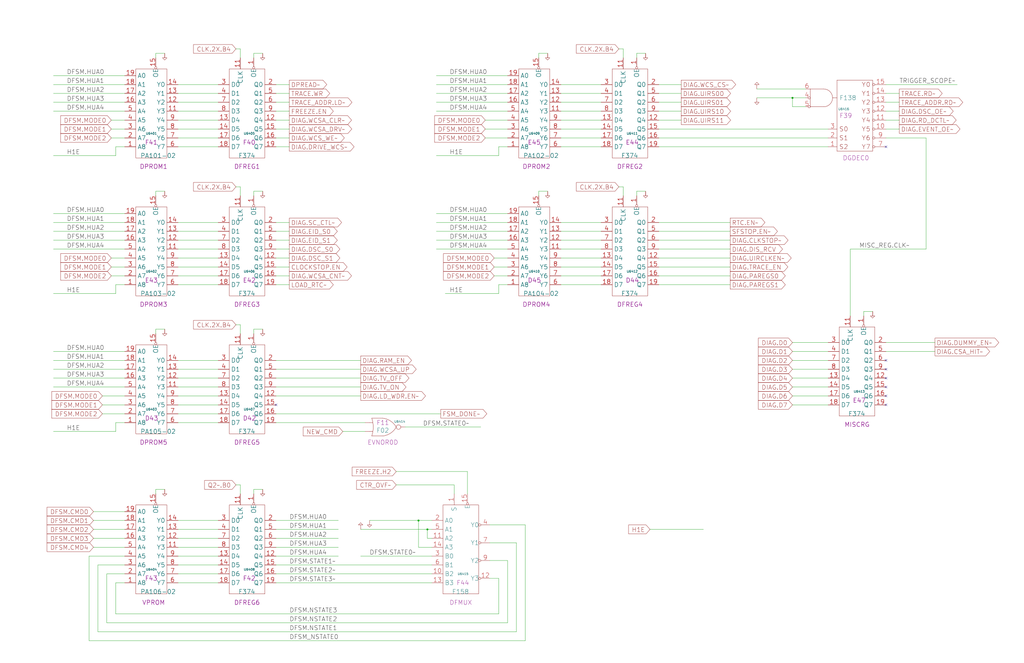
<source format=kicad_sch>
(kicad_sch (version 20230121) (generator eeschema)
  (paper "User" 584.2 378.46)
  (title_block (title "DIAGNOSTIC PROCESSOR\\nDFSM") (date "22-SEP-90") (rev "2.0") (comment 1 "IOC") (comment 2 "232-003061") (comment 3 "S400") (comment 4 "RELEASED"))
  (lib_symbols
    (symbol "r1000:F02" (pin_numbers hide) (pin_names hide)
      (property "Reference" "U" (at 12.16 0.635 0))
      (property "Value" "F02" (at -1.27 -4.445 0))
      (property "Location" "___" (at 2.54 0 0))
      (property "Name" "______" (at 2.54 -12.7 0))
      (symbol "F02_0_1"
        (arc (start -3.81 -7.62) (mid -2.9847 -2.54) (end -3.81 2.54) (stroke (width 0.1524)))
        (polyline (pts (xy -5.08 -5.08) (xy -3.175 -5.08)) (stroke (width 0.1524)))
        (polyline (pts (xy -5.08 0) (xy -3.175 0)) (stroke (width 0.1524)))
        (polyline (pts (xy -3.81 -7.62) (xy 2.54 -7.62)) (stroke (width 0.1524)))
        (polyline (pts (xy -3.81 2.54) (xy 2.54 2.54)) (stroke (width 0.1524)))
        (polyline (pts (xy 13.97 -2.54) (xy 12.7 -2.54)) (stroke (width 0.1524)))
        (arc (start 2.54 -7.62) (mid 6.9515 -5.9823) (end 10.16 -2.54) (stroke (width 0.1524)))
        (arc (start 10.16 -2.54) (mid 6.9478 0.8966) (end 2.54 2.54) (stroke (width 0.1524)))
        (circle (center 11.43 -2.54) (radius 1.27) (stroke (width 0.1524)))
      )
      (symbol "F02_0_2"
        (circle (center -3.81 -5.08) (radius 1.27) (stroke (width 0.1524)))
        (circle (center -3.81 0) (radius 1.27) (stroke (width 0.1524)))
        (polyline (pts (xy -2.54 -7.62) (xy 5.08 -7.62)) (stroke (width 0.1524)))
        (polyline (pts (xy -2.54 2.54) (xy -2.54 -7.62)) (stroke (width 0.1524)))
        (polyline (pts (xy -2.54 2.54) (xy 5.08 2.54)) (stroke (width 0.1524)))
        (polyline (pts (xy 11.43 -2.54) (xy 10.16 -2.54)) (stroke (width 0.1524)))
        (polyline (pts (xy 11.43 -2.54) (xy 12.7 -2.54)) (stroke (width 0.1524)))
        (arc (start 5.08 -7.62) (mid 10.1282 -2.54) (end 5.08 2.54) (stroke (width 0.1524)))
      )
      (symbol "F02_1_1"
        (pin input line (at -7.62 0 0) (length 2.54) (name "D0") (number "1"))
        (pin input line (at -7.62 -5.08 0) (length 2.54) (name "D1") (number "2"))
        (pin output line (at 15.24 -2.54 180) (length 1.27) (name "Q") (number "3"))
      )
      (symbol "F02_1_2"
        (pin input line (at -7.62 0 0) (length 2.54) (name "D0") (number "1"))
        (pin input line (at -7.62 -5.08 0) (length 2.54) (name "D1") (number "2"))
        (pin output line (at 15.24 -2.54 180) (length 2.54) (name "Q") (number "3"))
      )
    )
    (symbol "r1000:F138" (pin_names (offset 1.016) hide)
      (property "Reference" "U" (at 1.27 3.81 0))
      (property "Value" "F138" (at -1.27 10.16 0))
      (property "Location" "___" (at -1.27 0 0))
      (property "Name" "______" (at 8.255 -24.13 0))
      (symbol "F138_0_0"
        (arc (start -10.16 5.08) (mid -6.5679 6.5679) (end -5.08 10.16) (stroke (width 0.1524)))
        (arc (start -5.08 10.16) (mid -6.5679 13.7521) (end -10.16 15.24) (stroke (width 0.1524)))
        (polyline (pts (xy -17.78 5.08) (xy -10.16 5.08)) (stroke (width 0.1524)))
        (polyline (pts (xy -17.78 15.24) (xy -10.16 15.24)) (stroke (width 0.1524)))
      )
      (symbol "F138_0_1"
        (circle (center -18.415 5.08) (radius 0.635) (stroke (width 0.1524)))
        (circle (center -18.415 10.16) (radius 0.635) (stroke (width 0.1524)))
        (rectangle (start -2.54 20.32) (end 17.78 -20.32) (stroke (width 0.1524)))
        (polyline (pts (xy -19.05 15.24) (xy -17.78 15.24)) (stroke (width 0.1524)))
        (polyline (pts (xy -17.78 15.24) (xy -17.78 5.08)) (stroke (width 0.1524)))
        (polyline (pts (xy -2.54 10.16) (xy -5.08 10.16)) (stroke (width 0.1524)))
      )
      (symbol "F138_1_1"
        (circle (center 18.415 -17.78) (radius 0.635))
        (circle (center 18.415 -12.7) (radius 0.635))
        (circle (center 18.415 -7.62) (radius 0.635))
        (circle (center 18.415 -2.54) (radius 0.635))
        (circle (center 18.415 2.54) (radius 0.635))
        (circle (center 18.415 7.62) (radius 0.635))
        (circle (center 18.415 12.7) (radius 0.635))
        (circle (center 18.415 17.78) (radius 0.635))
        (text "0" (at 2.54 -7.62 0) (effects (font (size 2.54 2.54))))
        (text "0" (at 15.24 17.78 0) (effects (font (size 2.54 2.54))))
        (text "1" (at 2.54 -12.7 0) (effects (font (size 2.54 2.54))))
        (text "1" (at 15.24 12.7 0) (effects (font (size 2.54 2.54))))
        (text "2" (at 2.54 -17.78 0) (effects (font (size 2.54 2.54))))
        (text "2" (at 15.24 7.62 0) (effects (font (size 2.54 2.54))))
        (text "3" (at 15.24 2.54 0) (effects (font (size 2.54 2.54))))
        (text "4" (at 15.24 -2.54 0) (effects (font (size 2.54 2.54))))
        (text "5" (at 15.24 -7.62 0) (effects (font (size 2.54 2.54))))
        (text "6" (at 15.24 -12.7 0) (effects (font (size 2.54 2.54))))
        (text "7" (at 15.24 -17.78 0) (effects (font (size 2.54 2.54))))
        (text "S" (at 0 -17.78 0) (effects (font (size 2.54 2.54))))
        (text "S" (at 0 -12.7 0) (effects (font (size 2.54 2.54))))
        (text "S" (at 0 -7.62 0) (effects (font (size 2.54 2.54))))
        (text "Y" (at 12.7 -17.78 0) (effects (font (size 2.54 2.54))))
        (text "Y" (at 12.7 -12.7 0) (effects (font (size 2.54 2.54))))
        (text "Y" (at 12.7 -7.62 0) (effects (font (size 2.54 2.54))))
        (text "Y" (at 12.7 -2.54 0) (effects (font (size 2.54 2.54))))
        (text "Y" (at 12.7 2.54 0) (effects (font (size 2.54 2.54))))
        (text "Y" (at 12.7 7.62 0) (effects (font (size 2.54 2.54))))
        (text "Y" (at 12.7 12.7 0) (effects (font (size 2.54 2.54))))
        (text "Y" (at 12.7 17.78 0) (effects (font (size 2.54 2.54))))
        (pin input line (at -7.62 -17.78 0) (length 5.08) (name "S2") (number "1"))
        (pin output line (at 25.4 -7.62 180) (length 6.35) (name "Y5_") (number "10"))
        (pin output line (at 25.4 -2.54 180) (length 6.35) (name "Y4_") (number "11"))
        (pin output line (at 25.4 2.54 180) (length 6.35) (name "Y3_") (number "12"))
        (pin output line (at 25.4 7.62 180) (length 6.35) (name "Y2_") (number "13"))
        (pin output line (at 25.4 12.7 180) (length 6.35) (name "Y1_") (number "14"))
        (pin output line (at 25.4 17.78 180) (length 6.35) (name "Y0_") (number "15"))
        (pin input line (at -7.62 -12.7 0) (length 5.08) (name "S1") (number "2"))
        (pin input line (at -7.62 -7.62 0) (length 5.08) (name "S0") (number "3"))
        (pin input line (at -20.32 10.16 0) (length 1.27) (name "D1") (number "4"))
        (pin input line (at -20.32 5.08 0) (length 1.27) (name "D2") (number "5"))
        (pin input line (at -20.32 15.24 0) (length 1.27) (name "D0") (number "6"))
        (pin output line (at 25.4 -17.78 180) (length 6.35) (name "Y7_") (number "7"))
        (pin output line (at 25.4 -12.7 180) (length 6.35) (name "Y6_") (number "9"))
      )
    )
    (symbol "r1000:F158" (pin_names (offset 1.016))
      (property "Reference" "U" (at 2.54 5.08 0))
      (property "Value" "F158" (at -3.81 -5.08 0))
      (property "Location" "___" (at -1.27 0 0))
      (property "Name" "______" (at 1.27 -12.7 0))
      (symbol "F158_1_1"
        (rectangle (start -8.89 44.45) (end 11.43 -6.35))
        (circle (center 5.08 45.085) (radius 0.635))
        (circle (center 12.065 2.54) (radius 0.635))
        (circle (center 12.065 12.7) (radius 0.635))
        (circle (center 12.065 22.86) (radius 0.635))
        (circle (center 12.065 33.02) (radius 0.635))
        (pin input line (at -2.54 50.8 270) (length 6.35) (name "S") (number "1"))
        (pin input line (at -15.24 5.08 0) (length 6.35) (name "B2") (number "10"))
        (pin input line (at -15.24 25.4 0) (length 6.35) (name "A2") (number "11"))
        (pin output line (at 17.78 2.54 180) (length 5.08) (name "Y3") (number "12"))
        (pin input line (at -15.24 0 0) (length 6.35) (name "B3") (number "13"))
        (pin input line (at -15.24 20.32 0) (length 6.35) (name "A3") (number "14"))
        (pin input line (at 5.08 50.8 270) (length 5.08) (name "E") (number "15"))
        (pin input line (at -15.24 35.56 0) (length 6.35) (name "A0") (number "2"))
        (pin input line (at -15.24 15.24 0) (length 6.35) (name "B0") (number "3"))
        (pin output line (at 17.78 33.02 180) (length 5.08) (name "Y0") (number "4"))
        (pin input line (at -15.24 30.48 0) (length 6.35) (name "A1") (number "5"))
        (pin input line (at -15.24 10.16 0) (length 6.35) (name "B1") (number "6"))
        (pin output line (at 17.78 22.86 180) (length 5.08) (name "Y1") (number "7"))
        (pin output line (at 17.78 12.7 180) (length 5.08) (name "Y2") (number "9"))
      )
    )
    (symbol "r1000:F374" (pin_names (offset 1.016))
      (property "Reference" "U" (at 2.54 5.08 0))
      (property "Value" "F374" (at -3.81 -7.62 0))
      (property "Location" "___" (at -1.27 0 0))
      (property "Name" "______" (at 1.27 -15.24 0))
      (symbol "F374_1_1"
        (rectangle (start -8.89 41.91) (end 11.43 -8.89))
        (circle (center 5.08 42.545) (radius 0.635))
        (pin input line (at 5.08 48.26 270) (length 5.08) (name "OE") (number "1"))
        (pin input line (at -2.54 48.26 270) (length 6.35) (name "CLK") (number "11"))
        (pin tri_state line (at 17.78 12.7 180) (length 6.35) (name "Q4") (number "12"))
        (pin input line (at -15.24 12.7 0) (length 6.35) (name "D4") (number "13"))
        (pin input line (at -15.24 7.62 0) (length 6.35) (name "D5") (number "14"))
        (pin tri_state line (at 17.78 7.62 180) (length 6.35) (name "Q5") (number "15"))
        (pin tri_state line (at 17.78 2.54 180) (length 6.35) (name "Q6") (number "16"))
        (pin input line (at -15.24 2.54 0) (length 6.35) (name "D6") (number "17"))
        (pin input line (at -15.24 -2.54 0) (length 6.35) (name "D7") (number "18"))
        (pin tri_state line (at 17.78 -2.54 180) (length 6.35) (name "Q7") (number "19"))
        (pin tri_state line (at 17.78 33.02 180) (length 6.35) (name "Q0") (number "2"))
        (pin input line (at -15.24 33.02 0) (length 6.35) (name "D0") (number "3"))
        (pin input line (at -15.24 27.94 0) (length 6.35) (name "D1") (number "4"))
        (pin tri_state line (at 17.78 27.94 180) (length 6.35) (name "Q1") (number "5"))
        (pin tri_state line (at 17.78 22.86 180) (length 6.35) (name "Q2") (number "6"))
        (pin input line (at -15.24 22.86 0) (length 6.35) (name "D2") (number "7"))
        (pin input line (at -15.24 17.78 0) (length 6.35) (name "D3") (number "8"))
        (pin tri_state line (at 17.78 17.78 180) (length 6.35) (name "Q3") (number "9"))
      )
    )
    (symbol "r1000:PAxxx" (pin_names (offset 1.016))
      (property "Reference" "U" (at 2.54 5.08 0))
      (property "Value" "PAxxx" (at -3.81 -7.62 0))
      (property "Location" "___" (at -1.27 0 0))
      (property "Name" "______" (at 3.81 -15.24 0))
      (symbol "PAxxx_1_1"
        (rectangle (start -6.35 41.91) (end 11.43 -8.89))
        (circle (center 5.08 42.545) (radius 0.635))
        (pin input line (at -12.7 -2.54 0) (length 6.35) (name "A8") (number "1"))
        (pin tri_state line (at 17.78 17.78 180) (length 6.35) (name "Y3") (number "11"))
        (pin tri_state line (at 17.78 22.86 180) (length 6.35) (name "Y2") (number "12"))
        (pin tri_state line (at 17.78 27.94 180) (length 6.35) (name "Y1") (number "13"))
        (pin tri_state line (at 17.78 33.02 180) (length 6.35) (name "Y0") (number "14"))
        (pin input line (at 5.08 48.26 270) (length 5.08) (name "OE") (number "15"))
        (pin input line (at -12.7 22.86 0) (length 6.35) (name "A3") (number "16"))
        (pin input line (at -12.7 27.94 0) (length 6.35) (name "A2") (number "17"))
        (pin input line (at -12.7 33.02 0) (length 6.35) (name "A1") (number "18"))
        (pin input line (at -12.7 38.1 0) (length 6.35) (name "A0") (number "19"))
        (pin input line (at -12.7 2.54 0) (length 6.35) (name "A7") (number "2"))
        (pin input line (at -12.7 7.62 0) (length 6.35) (name "A6") (number "3"))
        (pin input line (at -12.7 12.7 0) (length 6.35) (name "A5") (number "4"))
        (pin input line (at -12.7 17.78 0) (length 6.35) (name "A4") (number "5"))
        (pin tri_state line (at 17.78 -2.54 180) (length 6.35) (name "Y7") (number "6"))
        (pin tri_state line (at 17.78 2.54 180) (length 6.35) (name "Y6") (number "7"))
        (pin tri_state line (at 17.78 7.62 180) (length 6.35) (name "Y5") (number "8"))
        (pin tri_state line (at 17.78 12.7 180) (length 6.35) (name "Y4") (number "9"))
      )
    )
    (symbol "r1000:PD" (power) (pin_numbers hide) (pin_names hide) (in_bom no)
      (symbol "PD_0_1"
        (polyline (pts (xy 0 -2.54) (xy 1.27 -2.54) (xy 0 -3.81) (xy -1.27 -2.54) (xy 0 -2.54)) (stroke (width 0.1524)))
      )
      (symbol "PD_1_1"
        (pin power_in line (at 0 0 270) (length 2.54) (name "PD") (number "1"))
      )
    )
    (symbol "r1000:PU" (power) (pin_numbers hide) (pin_names hide)
      (symbol "PU_0_1"
        (polyline (pts (xy 0 2.54) (xy -1.27 2.54) (xy 0 3.81) (xy 1.27 2.54) (xy 0 2.54)) (stroke (width 0.1524)))
      )
      (symbol "PU_1_1"
        (pin power_in line (at 0 0 90) (length 2.54) (name "PU") (number "1"))
      )
    )
  )
  (junction (at 243.84 302.26))
  (junction (at 238.76 297.18))
  (junction (at 452.12 55.88))
  (no_connect (at 505.46 226.06))
  (no_connect (at 505.46 231.14))
  (no_connect (at 505.46 215.9))
  (no_connect (at 505.46 220.98))
  (no_connect (at 157.48 231.14))
  (no_connect (at 505.46 83.82))
  (no_connect (at 505.46 210.82))
  (no_connect (at 505.46 205.74))
  (wire (pts (xy 60.96 327.66) (xy 71.12 327.66)))
  (wire (pts (xy 320.04 53.34) (xy 342.9 53.34)))
  (wire (pts (xy 505.46 73.66) (xy 513.08 73.66)))
  (wire (pts (xy 88.9 109.22) (xy 88.9 111.76)))
  (wire (pts (xy 375.92 63.5) (xy 388.62 63.5)))
  (wire (pts (xy 157.48 162.56) (xy 165.1 162.56)))
  (wire (pts (xy 157.48 83.82) (xy 165.1 83.82)))
  (wire (pts (xy 134.62 27.94) (xy 137.16 27.94)))
  (wire (pts (xy 30.48 137.16) (xy 71.12 137.16)))
  (wire (pts (xy 259.08 276.86) (xy 259.08 281.94)))
  (wire (pts (xy 157.48 53.34) (xy 165.1 53.34)))
  (wire (pts (xy 355.6 27.94) (xy 355.6 33.02)))
  (wire (pts (xy 492.76 177.8) (xy 492.76 180.34)))
  (wire (pts (xy 157.48 132.08) (xy 165.1 132.08)))
  (wire (pts (xy 452.12 220.98) (xy 472.44 220.98)))
  (wire (pts (xy 101.6 48.26) (xy 124.46 48.26)))
  (wire (pts (xy 431.8 55.88) (xy 452.12 55.88)))
  (wire (pts (xy 243.84 307.34) (xy 243.84 302.26)))
  (wire (pts (xy 375.92 132.08) (xy 416.56 132.08)))
  (wire (pts (xy 157.48 220.98) (xy 205.74 220.98)))
  (wire (pts (xy 101.6 210.82) (xy 124.46 210.82)))
  (wire (pts (xy 248.92 88.9) (xy 284.48 88.9)))
  (wire (pts (xy 281.94 157.48) (xy 289.56 157.48)))
  (wire (pts (xy 30.48 142.24) (xy 71.12 142.24)))
  (wire (pts (xy 505.46 200.66) (xy 533.4 200.66)))
  (wire (pts (xy 157.48 210.82) (xy 205.74 210.82)))
  (wire (pts (xy 101.6 157.48) (xy 124.46 157.48)))
  (wire (pts (xy 63.5 78.74) (xy 71.12 78.74)))
  (wire (pts (xy 63.5 73.66) (xy 71.12 73.66)))
  (wire (pts (xy 375.92 152.4) (xy 416.56 152.4)))
  (wire (pts (xy 66.04 332.74) (xy 66.04 350.52)))
  (wire (pts (xy 505.46 78.74) (xy 528.32 78.74)))
  (wire (pts (xy 284.48 162.56) (xy 284.48 167.64)))
  (wire (pts (xy 231.14 243.84) (xy 274.32 243.84)))
  (wire (pts (xy 205.74 317.5) (xy 246.38 317.5)))
  (wire (pts (xy 246.38 307.34) (xy 243.84 307.34)))
  (wire (pts (xy 30.48 127) (xy 71.12 127)))
  (wire (pts (xy 58.42 231.14) (xy 71.12 231.14)))
  (wire (pts (xy 101.6 152.4) (xy 124.46 152.4)))
  (wire (pts (xy 101.6 68.58) (xy 124.46 68.58)))
  (wire (pts (xy 101.6 205.74) (xy 124.46 205.74)))
  (wire (pts (xy 157.48 73.66) (xy 165.1 73.66)))
  (wire (pts (xy 134.62 185.42) (xy 137.16 185.42)))
  (wire (pts (xy 101.6 226.06) (xy 124.46 226.06)))
  (wire (pts (xy 284.48 330.2) (xy 279.4 330.2)))
  (wire (pts (xy 320.04 68.58) (xy 342.9 68.58)))
  (wire (pts (xy 276.86 73.66) (xy 289.56 73.66)))
  (wire (pts (xy 101.6 317.5) (xy 124.46 317.5)))
  (wire (pts (xy 226.06 269.24) (xy 266.7 269.24)))
  (wire (pts (xy 58.42 226.06) (xy 71.12 226.06)))
  (wire (pts (xy 299.72 299.72) (xy 299.72 365.76)))
  (wire (pts (xy 137.16 276.86) (xy 137.16 281.94)))
  (wire (pts (xy 157.48 142.24) (xy 165.1 142.24)))
  (wire (pts (xy 157.48 322.58) (xy 246.38 322.58)))
  (wire (pts (xy 320.04 63.5) (xy 342.9 63.5)))
  (wire (pts (xy 320.04 48.26) (xy 342.9 48.26)))
  (wire (pts (xy 375.92 162.56) (xy 416.56 162.56)))
  (wire (pts (xy 157.48 215.9) (xy 205.74 215.9)))
  (wire (pts (xy 254 167.64) (xy 284.48 167.64)))
  (wire (pts (xy 157.48 302.26) (xy 193.04 302.26)))
  (wire (pts (xy 248.92 137.16) (xy 289.56 137.16)))
  (wire (pts (xy 320.04 162.56) (xy 342.9 162.56)))
  (wire (pts (xy 157.48 332.74) (xy 246.38 332.74)))
  (wire (pts (xy 505.46 58.42) (xy 513.08 58.42)))
  (wire (pts (xy 101.6 127) (xy 124.46 127)))
  (wire (pts (xy 66.04 350.52) (xy 284.48 350.52)))
  (wire (pts (xy 157.48 312.42) (xy 193.04 312.42)))
  (wire (pts (xy 238.76 297.18) (xy 246.38 297.18)))
  (wire (pts (xy 248.92 48.26) (xy 289.56 48.26)))
  (wire (pts (xy 320.04 137.16) (xy 342.9 137.16)))
  (wire (pts (xy 355.6 106.68) (xy 355.6 111.76)))
  (wire (pts (xy 144.78 30.48) (xy 144.78 33.02)))
  (wire (pts (xy 375.92 58.42) (xy 388.62 58.42)))
  (wire (pts (xy 101.6 78.74) (xy 124.46 78.74)))
  (wire (pts (xy 58.42 236.22) (xy 71.12 236.22)))
  (wire (pts (xy 320.04 73.66) (xy 342.9 73.66)))
  (wire (pts (xy 363.22 30.48) (xy 363.22 33.02)))
  (wire (pts (xy 101.6 241.3) (xy 124.46 241.3)))
  (wire (pts (xy 101.6 322.58) (xy 124.46 322.58)))
  (wire (pts (xy 63.5 152.4) (xy 71.12 152.4)))
  (wire (pts (xy 248.92 127) (xy 289.56 127)))
  (wire (pts (xy 246.38 312.42) (xy 238.76 312.42)))
  (wire (pts (xy 101.6 63.5) (xy 124.46 63.5)))
  (wire (pts (xy 505.46 68.58) (xy 513.08 68.58)))
  (wire (pts (xy 320.04 58.42) (xy 342.9 58.42)))
  (wire (pts (xy 312.42 109.22) (xy 307.34 109.22)))
  (wire (pts (xy 71.12 322.58) (xy 55.88 322.58)))
  (wire (pts (xy 50.8 365.76) (xy 299.72 365.76)))
  (wire (pts (xy 266.7 269.24) (xy 266.7 281.94)))
  (wire (pts (xy 248.92 63.5) (xy 289.56 63.5)))
  (wire (pts (xy 353.06 27.94) (xy 355.6 27.94)))
  (wire (pts (xy 368.3 109.22) (xy 363.22 109.22)))
  (wire (pts (xy 375.92 83.82) (xy 472.44 83.82)))
  (wire (pts (xy 452.12 226.06) (xy 472.44 226.06)))
  (wire (pts (xy 368.3 30.48) (xy 363.22 30.48)))
  (wire (pts (xy 157.48 307.34) (xy 193.04 307.34)))
  (wire (pts (xy 53.34 297.18) (xy 71.12 297.18)))
  (wire (pts (xy 30.48 246.38) (xy 66.04 246.38)))
  (wire (pts (xy 157.48 152.4) (xy 165.1 152.4)))
  (wire (pts (xy 485.14 142.24) (xy 485.14 180.34)))
  (wire (pts (xy 248.92 53.34) (xy 289.56 53.34)))
  (wire (pts (xy 144.78 279.4) (xy 144.78 281.94)))
  (wire (pts (xy 157.48 137.16) (xy 165.1 137.16)))
  (wire (pts (xy 93.98 30.48) (xy 88.9 30.48)))
  (wire (pts (xy 93.98 109.22) (xy 88.9 109.22)))
  (wire (pts (xy 307.34 109.22) (xy 307.34 111.76)))
  (wire (pts (xy 276.86 78.74) (xy 289.56 78.74)))
  (wire (pts (xy 375.92 157.48) (xy 416.56 157.48)))
  (wire (pts (xy 101.6 327.66) (xy 124.46 327.66)))
  (wire (pts (xy 101.6 220.98) (xy 124.46 220.98)))
  (wire (pts (xy 243.84 302.26) (xy 246.38 302.26)))
  (wire (pts (xy 63.5 147.32) (xy 71.12 147.32)))
  (wire (pts (xy 375.92 48.26) (xy 388.62 48.26)))
  (wire (pts (xy 294.64 360.68) (xy 294.64 309.88)))
  (wire (pts (xy 30.48 132.08) (xy 71.12 132.08)))
  (wire (pts (xy 452.12 60.96) (xy 452.12 55.88)))
  (wire (pts (xy 452.12 55.88) (xy 459.74 55.88)))
  (wire (pts (xy 30.48 43.18) (xy 71.12 43.18)))
  (wire (pts (xy 459.74 60.96) (xy 452.12 60.96)))
  (wire (pts (xy 66.04 162.56) (xy 66.04 167.64)))
  (wire (pts (xy 320.04 147.32) (xy 342.9 147.32)))
  (wire (pts (xy 101.6 58.42) (xy 124.46 58.42)))
  (wire (pts (xy 134.62 106.68) (xy 137.16 106.68)))
  (wire (pts (xy 101.6 332.74) (xy 124.46 332.74)))
  (wire (pts (xy 205.74 302.26) (xy 243.84 302.26)))
  (wire (pts (xy 452.12 231.14) (xy 472.44 231.14)))
  (wire (pts (xy 30.48 215.9) (xy 71.12 215.9)))
  (wire (pts (xy 157.48 157.48) (xy 165.1 157.48)))
  (wire (pts (xy 505.46 53.34) (xy 513.08 53.34)))
  (wire (pts (xy 88.9 279.4) (xy 88.9 281.94)))
  (wire (pts (xy 281.94 152.4) (xy 289.56 152.4)))
  (wire (pts (xy 137.16 185.42) (xy 137.16 190.5)))
  (wire (pts (xy 238.76 312.42) (xy 238.76 297.18)))
  (wire (pts (xy 101.6 231.14) (xy 124.46 231.14)))
  (wire (pts (xy 137.16 106.68) (xy 137.16 111.76)))
  (wire (pts (xy 157.48 297.18) (xy 193.04 297.18)))
  (wire (pts (xy 375.92 127) (xy 416.56 127)))
  (wire (pts (xy 53.34 292.1) (xy 71.12 292.1)))
  (wire (pts (xy 30.48 48.26) (xy 71.12 48.26)))
  (wire (pts (xy 101.6 215.9) (xy 124.46 215.9)))
  (wire (pts (xy 88.9 187.96) (xy 88.9 190.5)))
  (wire (pts (xy 71.12 83.82) (xy 66.04 83.82)))
  (wire (pts (xy 63.5 68.58) (xy 71.12 68.58)))
  (wire (pts (xy 289.56 83.82) (xy 284.48 83.82)))
  (wire (pts (xy 149.86 109.22) (xy 144.78 109.22)))
  (wire (pts (xy 101.6 147.32) (xy 124.46 147.32)))
  (wire (pts (xy 101.6 307.34) (xy 124.46 307.34)))
  (wire (pts (xy 101.6 132.08) (xy 124.46 132.08)))
  (wire (pts (xy 157.48 68.58) (xy 165.1 68.58)))
  (wire (pts (xy 375.92 73.66) (xy 472.44 73.66)))
  (wire (pts (xy 452.12 200.66) (xy 472.44 200.66)))
  (wire (pts (xy 248.92 121.92) (xy 289.56 121.92)))
  (wire (pts (xy 101.6 83.82) (xy 124.46 83.82)))
  (wire (pts (xy 505.46 195.58) (xy 533.4 195.58)))
  (wire (pts (xy 279.4 299.72) (xy 299.72 299.72)))
  (wire (pts (xy 53.34 312.42) (xy 71.12 312.42)))
  (wire (pts (xy 353.06 106.68) (xy 355.6 106.68)))
  (wire (pts (xy 195.58 246.38) (xy 208.28 246.38)))
  (wire (pts (xy 157.48 147.32) (xy 165.1 147.32)))
  (wire (pts (xy 63.5 157.48) (xy 71.12 157.48)))
  (wire (pts (xy 50.8 317.5) (xy 71.12 317.5)))
  (wire (pts (xy 375.92 142.24) (xy 416.56 142.24)))
  (wire (pts (xy 431.8 50.8) (xy 459.74 50.8)))
  (wire (pts (xy 375.92 147.32) (xy 416.56 147.32)))
  (wire (pts (xy 452.12 215.9) (xy 472.44 215.9)))
  (wire (pts (xy 101.6 302.26) (xy 124.46 302.26)))
  (wire (pts (xy 53.34 302.26) (xy 71.12 302.26)))
  (wire (pts (xy 157.48 327.66) (xy 246.38 327.66)))
  (wire (pts (xy 55.88 322.58) (xy 55.88 360.68)))
  (wire (pts (xy 210.82 297.18) (xy 238.76 297.18)))
  (wire (pts (xy 93.98 187.96) (xy 88.9 187.96)))
  (wire (pts (xy 30.48 121.92) (xy 71.12 121.92)))
  (wire (pts (xy 226.06 276.86) (xy 259.08 276.86)))
  (wire (pts (xy 157.48 63.5) (xy 165.1 63.5)))
  (wire (pts (xy 157.48 78.74) (xy 165.1 78.74)))
  (wire (pts (xy 144.78 109.22) (xy 144.78 111.76)))
  (wire (pts (xy 276.86 68.58) (xy 289.56 68.58)))
  (wire (pts (xy 528.32 142.24) (xy 485.14 142.24)))
  (wire (pts (xy 284.48 350.52) (xy 284.48 330.2)))
  (wire (pts (xy 66.04 83.82) (xy 66.04 88.9)))
  (wire (pts (xy 53.34 307.34) (xy 71.12 307.34)))
  (wire (pts (xy 248.92 58.42) (xy 289.56 58.42)))
  (wire (pts (xy 60.96 355.6) (xy 289.56 355.6)))
  (wire (pts (xy 101.6 53.34) (xy 124.46 53.34)))
  (wire (pts (xy 137.16 27.94) (xy 137.16 33.02)))
  (wire (pts (xy 30.48 220.98) (xy 71.12 220.98)))
  (wire (pts (xy 505.46 48.26) (xy 546.1 48.26)))
  (wire (pts (xy 30.48 205.74) (xy 71.12 205.74)))
  (wire (pts (xy 320.04 142.24) (xy 342.9 142.24)))
  (wire (pts (xy 66.04 241.3) (xy 66.04 246.38)))
  (wire (pts (xy 134.62 276.86) (xy 137.16 276.86)))
  (wire (pts (xy 505.46 63.5) (xy 513.08 63.5)))
  (wire (pts (xy 30.48 210.82) (xy 71.12 210.82)))
  (wire (pts (xy 320.04 132.08) (xy 342.9 132.08)))
  (wire (pts (xy 71.12 332.74) (xy 66.04 332.74)))
  (wire (pts (xy 528.32 78.74) (xy 528.32 142.24)))
  (wire (pts (xy 307.34 30.48) (xy 307.34 33.02)))
  (wire (pts (xy 320.04 152.4) (xy 342.9 152.4)))
  (wire (pts (xy 375.92 137.16) (xy 416.56 137.16)))
  (wire (pts (xy 71.12 241.3) (xy 66.04 241.3)))
  (wire (pts (xy 30.48 58.42) (xy 71.12 58.42)))
  (wire (pts (xy 320.04 127) (xy 342.9 127)))
  (wire (pts (xy 50.8 365.76) (xy 50.8 317.5)))
  (wire (pts (xy 320.04 78.74) (xy 342.9 78.74)))
  (wire (pts (xy 452.12 205.74) (xy 472.44 205.74)))
  (wire (pts (xy 289.56 320.04) (xy 289.56 355.6)))
  (wire (pts (xy 157.48 58.42) (xy 165.1 58.42)))
  (wire (pts (xy 248.92 43.18) (xy 289.56 43.18)))
  (wire (pts (xy 101.6 312.42) (xy 124.46 312.42)))
  (wire (pts (xy 289.56 162.56) (xy 284.48 162.56)))
  (wire (pts (xy 101.6 137.16) (xy 124.46 137.16)))
  (wire (pts (xy 375.92 53.34) (xy 388.62 53.34)))
  (wire (pts (xy 157.48 48.26) (xy 165.1 48.26)))
  (wire (pts (xy 157.48 205.74) (xy 205.74 205.74)))
  (wire (pts (xy 279.4 320.04) (xy 289.56 320.04)))
  (wire (pts (xy 281.94 147.32) (xy 289.56 147.32)))
  (wire (pts (xy 30.48 200.66) (xy 71.12 200.66)))
  (wire (pts (xy 370.84 302.26) (xy 401.32 302.26)))
  (wire (pts (xy 55.88 360.68) (xy 294.64 360.68)))
  (wire (pts (xy 497.84 177.8) (xy 492.76 177.8)))
  (wire (pts (xy 294.64 309.88) (xy 279.4 309.88)))
  (wire (pts (xy 248.92 142.24) (xy 289.56 142.24)))
  (wire (pts (xy 320.04 83.82) (xy 342.9 83.82)))
  (wire (pts (xy 157.48 127) (xy 165.1 127)))
  (wire (pts (xy 30.48 53.34) (xy 71.12 53.34)))
  (wire (pts (xy 284.48 83.82) (xy 284.48 88.9)))
  (wire (pts (xy 248.92 132.08) (xy 289.56 132.08)))
  (wire (pts (xy 71.12 162.56) (xy 66.04 162.56)))
  (wire (pts (xy 157.48 236.22) (xy 251.46 236.22)))
  (wire (pts (xy 101.6 297.18) (xy 124.46 297.18)))
  (wire (pts (xy 312.42 30.48) (xy 307.34 30.48)))
  (wire (pts (xy 101.6 142.24) (xy 124.46 142.24)))
  (wire (pts (xy 144.78 187.96) (xy 144.78 190.5)))
  (wire (pts (xy 60.96 355.6) (xy 60.96 327.66)))
  (wire (pts (xy 101.6 162.56) (xy 124.46 162.56)))
  (wire (pts (xy 149.86 187.96) (xy 144.78 187.96)))
  (wire (pts (xy 30.48 167.64) (xy 66.04 167.64)))
  (wire (pts (xy 157.48 226.06) (xy 205.74 226.06)))
  (wire (pts (xy 30.48 88.9) (xy 66.04 88.9)))
  (wire (pts (xy 101.6 236.22) (xy 124.46 236.22)))
  (wire (pts (xy 157.48 241.3) (xy 208.28 241.3)))
  (wire (pts (xy 149.86 279.4) (xy 144.78 279.4)))
  (wire (pts (xy 452.12 195.58) (xy 472.44 195.58)))
  (wire (pts (xy 101.6 73.66) (xy 124.46 73.66)))
  (wire (pts (xy 375.92 78.74) (xy 472.44 78.74)))
  (wire (pts (xy 452.12 210.82) (xy 472.44 210.82)))
  (wire (pts (xy 363.22 109.22) (xy 363.22 111.76)))
  (wire (pts (xy 149.86 30.48) (xy 144.78 30.48)))
  (wire (pts (xy 320.04 157.48) (xy 342.9 157.48)))
  (wire (pts (xy 375.92 68.58) (xy 388.62 68.58)))
  (wire (pts (xy 157.48 317.5) (xy 193.04 317.5)))
  (wire (pts (xy 93.98 279.4) (xy 88.9 279.4)))
  (wire (pts (xy 88.9 30.48) (xy 88.9 33.02)))
  (wire (pts (xy 30.48 63.5) (xy 71.12 63.5)))
  (label "DFSM.HUA4" (at 38.1 63.5 0) (effects (font (size 2.54 2.54))))
  (label "DFSM.HUA2" (at 38.1 210.82 0) (effects (font (size 2.54 2.54))))
  (label "H1E" (at 38.1 88.9 0) (effects (font (size 2.54 2.54))))
  (label "DFSM.HUA0" (at 256.54 43.18 0) (effects (font (size 2.54 2.54))))
  (label "MISC_REG.CLK~" (at 490.22 142.24 0) (effects (font (size 2.54 2.54))))
  (label "DFSM.HUA4" (at 38.1 220.98 0) (effects (font (size 2.54 2.54))))
  (label "DFSM.HUA3" (at 38.1 58.42 0) (effects (font (size 2.54 2.54))))
  (label "DFSM.HUA0" (at 38.1 121.92 0) (effects (font (size 2.54 2.54))))
  (label "DFSM_NSTATE0" (at 165.1 365.76 0) (effects (font (size 2.54 2.54))))
  (label "DFSM.HUA0" (at 38.1 200.66 0) (effects (font (size 2.54 2.54))))
  (label "DFSM.HUA1" (at 38.1 48.26 0) (effects (font (size 2.54 2.54))))
  (label "DFSM.HUA0" (at 38.1 43.18 0) (effects (font (size 2.54 2.54))))
  (label "DFSM.NSTATE2" (at 165.1 355.6 0) (effects (font (size 2.54 2.54))))
  (label "DFSM.HUA3" (at 256.54 137.16 0) (effects (font (size 2.54 2.54))))
  (label "DFSM.NSTATE1" (at 165.1 360.68 0) (effects (font (size 2.54 2.54))))
  (label "H1E" (at 38.1 167.64 0) (effects (font (size 2.54 2.54))))
  (label "H1E" (at 256.54 167.64 0) (effects (font (size 2.54 2.54))))
  (label "DFSM.HUA2" (at 256.54 53.34 0) (effects (font (size 2.54 2.54))))
  (label "H1E" (at 256.54 88.9 0) (effects (font (size 2.54 2.54))))
  (label "DFSM.HUA4" (at 38.1 142.24 0) (effects (font (size 2.54 2.54))))
  (label "DFSM.HUA4" (at 256.54 63.5 0) (effects (font (size 2.54 2.54))))
  (label "DFSM.HUA1" (at 256.54 48.26 0) (effects (font (size 2.54 2.54))))
  (label "DFSM.HUA3" (at 38.1 137.16 0) (effects (font (size 2.54 2.54))))
  (label "DFSM.HUA0" (at 256.54 121.92 0) (effects (font (size 2.54 2.54))))
  (label "DFSM.HUA2" (at 256.54 132.08 0) (effects (font (size 2.54 2.54))))
  (label "DFSM.HUA2" (at 38.1 132.08 0) (effects (font (size 2.54 2.54))))
  (label "DFSM.STATE0~" (at 210.82 317.5 0) (effects (font (size 2.54 2.54))))
  (label "DFSM.STATE1~" (at 165.1 322.58 0) (effects (font (size 2.54 2.54))))
  (label "DFSM.HUA2" (at 165.1 307.34 0) (effects (font (size 2.54 2.54))))
  (label "DFSM.HUA1" (at 165.1 302.26 0) (effects (font (size 2.54 2.54))))
  (label "DFSM.HUA1" (at 38.1 205.74 0) (effects (font (size 2.54 2.54))))
  (label "DFSM.HUA1" (at 256.54 127 0) (effects (font (size 2.54 2.54))))
  (label "DFSM.HUA3" (at 256.54 58.42 0) (effects (font (size 2.54 2.54))))
  (label "DFSM.STATE0~" (at 241.3 243.84 0) (effects (font (size 2.54 2.54))))
  (label "DFSM.HUA3" (at 165.1 312.42 0) (effects (font (size 2.54 2.54))))
  (label "DFSM.HUA0" (at 165.1 297.18 0) (effects (font (size 2.54 2.54))))
  (label "TRIGGER_SCOPE~" (at 513.08 48.26 0) (effects (font (size 2.54 2.54))))
  (label "DFSM.STATE3~" (at 165.1 332.74 0) (effects (font (size 2.54 2.54))))
  (label "DFSM.HUA4" (at 256.54 142.24 0) (effects (font (size 2.54 2.54))))
  (label "H1E" (at 38.1 246.38 0) (effects (font (size 2.54 2.54))))
  (label "DFSM.NSTATE3" (at 165.1 350.52 0) (effects (font (size 2.54 2.54))))
  (label "DFSM.HUA1" (at 38.1 127 0) (effects (font (size 2.54 2.54))))
  (label "DFSM.STATE2~" (at 165.1 327.66 0) (effects (font (size 2.54 2.54))))
  (label "DFSM.HUA4" (at 165.1 317.5 0) (effects (font (size 2.54 2.54))))
  (label "DFSM.HUA2" (at 38.1 53.34 0) (effects (font (size 2.54 2.54))))
  (label "DFSM.HUA3" (at 38.1 215.9 0) (effects (font (size 2.54 2.54))))
  (global_label "CLK.2X.B4" (shape input) (at 353.06 106.68 180) (effects (font (size 2.54 2.54))) (property "Intersheetrefs" "${INTERSHEET_REFS}" (at 328.8816 106.5213 0) (effects (font (size 1.905 1.905)) (justify right))))
  (global_label "DIAG.TRACE_EN" (shape output) (at 416.56 152.4 0) (effects (font (size 2.54 2.54))) (property "Intersheetrefs" "${INTERSHEET_REFS}" (at 449.447 152.2413 0) (effects (font (size 1.905 1.905)) (justify left))))
  (global_label "DIAG.D5" (shape input) (at 452.12 220.98 180) (effects (font (size 2.54 2.54))) (property "Intersheetrefs" "${INTERSHEET_REFS}" (at 432.6588 220.8213 0) (effects (font (size 1.905 1.905)) (justify right))))
  (global_label "DIAG.RD_DCTL~" (shape output) (at 513.08 68.58 0) (effects (font (size 2.54 2.54))) (property "Intersheetrefs" "${INTERSHEET_REFS}" (at 545.4831 68.4213 0) (effects (font (size 1.905 1.905)) (justify left))))
  (global_label "LOAD_RTC~" (shape output) (at 165.1 162.56 0) (effects (font (size 2.54 2.54))) (property "Intersheetrefs" "${INTERSHEET_REFS}" (at 190.125 162.4013 0) (effects (font (size 1.905 1.905)) (justify left))))
  (global_label "DFSM.MODE1" (shape input) (at 63.5 152.4 180) (effects (font (size 2.54 2.54))) (property "Intersheetrefs" "${INTERSHEET_REFS}" (at 34.6045 152.2413 0) (effects (font (size 1.905 1.905)) (justify right))))
  (global_label "H1E" (shape input) (at 370.84 302.26 180) (effects (font (size 2.54 2.54))) (property "Intersheetrefs" "${INTERSHEET_REFS}" (at 358.6359 302.1013 0) (effects (font (size 1.905 1.905)) (justify right))))
  (global_label "DFSM.CMD1" (shape input) (at 53.34 297.18 180) (effects (font (size 2.54 2.54))) (property "Intersheetrefs" "${INTERSHEET_REFS}" (at 26.8635 297.0213 0) (effects (font (size 1.905 1.905)) (justify right))))
  (global_label "DIAG.EID_S0" (shape output) (at 165.1 132.08 0) (effects (font (size 2.54 2.54))) (property "Intersheetrefs" "${INTERSHEET_REFS}" (at 192.4231 131.9213 0) (effects (font (size 1.905 1.905)) (justify left))))
  (global_label "DFSM.MODE1" (shape input) (at 58.42 231.14 180) (effects (font (size 2.54 2.54))) (property "Intersheetrefs" "${INTERSHEET_REFS}" (at 29.5245 230.9813 0) (effects (font (size 1.905 1.905)) (justify right))))
  (global_label "CLOCKSTOP.EN" (shape output) (at 165.1 152.4 0) (effects (font (size 2.54 2.54))) (property "Intersheetrefs" "${INTERSHEET_REFS}" (at 197.987 152.2413 0) (effects (font (size 1.905 1.905)) (justify left))))
  (global_label "DIAG.D1" (shape input) (at 452.12 200.66 180) (effects (font (size 2.54 2.54))) (property "Intersheetrefs" "${INTERSHEET_REFS}" (at 432.6588 200.5013 0) (effects (font (size 1.905 1.905)) (justify right))))
  (global_label "DIAG.D0" (shape input) (at 452.12 195.58 180) (effects (font (size 2.54 2.54))) (property "Intersheetrefs" "${INTERSHEET_REFS}" (at 432.6588 195.4213 0) (effects (font (size 1.905 1.905)) (justify right))))
  (global_label "DFSM.MODE1" (shape input) (at 63.5 73.66 180) (effects (font (size 2.54 2.54))) (property "Intersheetrefs" "${INTERSHEET_REFS}" (at 34.6045 73.5013 0) (effects (font (size 1.905 1.905)) (justify right))))
  (global_label "DIAG.UIRS11" (shape output) (at 388.62 68.58 0) (effects (font (size 2.54 2.54))) (property "Intersheetrefs" "${INTERSHEET_REFS}" (at 416.7898 68.4213 0) (effects (font (size 1.905 1.905)) (justify left))))
  (global_label "DIAG.WCSA_DRV~" (shape output) (at 165.1 73.66 0) (effects (font (size 2.54 2.54))) (property "Intersheetrefs" "${INTERSHEET_REFS}" (at 200.6479 73.5013 0) (effects (font (size 1.905 1.905)) (justify left))))
  (global_label "DIAG.CLKSTOP~" (shape output) (at 416.56 137.16 0) (effects (font (size 2.54 2.54))) (property "Intersheetrefs" "${INTERSHEET_REFS}" (at 449.5679 137.0013 0) (effects (font (size 1.905 1.905)) (justify left))))
  (global_label "DFSM.MODE0" (shape input) (at 63.5 147.32 180) (effects (font (size 2.54 2.54))) (property "Intersheetrefs" "${INTERSHEET_REFS}" (at 34.6045 147.1613 0) (effects (font (size 1.905 1.905)) (justify right))))
  (global_label "DIAG.EID_S1" (shape output) (at 165.1 137.16 0) (effects (font (size 2.54 2.54))) (property "Intersheetrefs" "${INTERSHEET_REFS}" (at 192.4231 137.0013 0) (effects (font (size 1.905 1.905)) (justify left))))
  (global_label "SFSTOP.EN~" (shape output) (at 416.56 132.08 0) (effects (font (size 2.54 2.54))) (property "Intersheetrefs" "${INTERSHEET_REFS}" (at 443.5203 131.9213 0) (effects (font (size 1.905 1.905)) (justify left))))
  (global_label "DFSM.MODE2" (shape input) (at 281.94 157.48 180) (effects (font (size 2.54 2.54))) (property "Intersheetrefs" "${INTERSHEET_REFS}" (at 253.0445 157.3213 0) (effects (font (size 1.905 1.905)) (justify right))))
  (global_label "DIAG.DSC_OE~" (shape output) (at 513.08 63.5 0) (effects (font (size 2.54 2.54))) (property "Intersheetrefs" "${INTERSHEET_REFS}" (at 543.7898 63.3413 0) (effects (font (size 1.905 1.905)) (justify left))))
  (global_label "DFSM.MODE0" (shape input) (at 63.5 68.58 180) (effects (font (size 2.54 2.54))) (property "Intersheetrefs" "${INTERSHEET_REFS}" (at 34.6045 68.4213 0) (effects (font (size 1.905 1.905)) (justify right))))
  (global_label "Q2~.B0" (shape input) (at 134.62 276.86 180) (effects (font (size 2.54 2.54))) (property "Intersheetrefs" "${INTERSHEET_REFS}" (at 116.7311 276.7013 0) (effects (font (size 1.905 1.905)) (justify right))))
  (global_label "CTR_OVF~" (shape input) (at 226.06 276.86 180) (effects (font (size 2.54 2.54))) (property "Intersheetrefs" "${INTERSHEET_REFS}" (at 203.454 276.7013 0) (effects (font (size 1.905 1.905)) (justify right))))
  (global_label "DIAG.D6" (shape input) (at 452.12 226.06 180) (effects (font (size 2.54 2.54))) (property "Intersheetrefs" "${INTERSHEET_REFS}" (at 432.6588 225.9013 0) (effects (font (size 1.905 1.905)) (justify right))))
  (global_label "DIAG.TV_ON" (shape output) (at 205.74 220.98 0) (effects (font (size 2.54 2.54))) (property "Intersheetrefs" "${INTERSHEET_REFS}" (at 231.6117 220.8213 0) (effects (font (size 1.905 1.905)) (justify left))))
  (global_label "DIAG.EVENT_OE~" (shape output) (at 513.08 73.66 0) (effects (font (size 2.54 2.54))) (property "Intersheetrefs" "${INTERSHEET_REFS}" (at 547.6603 73.5013 0) (effects (font (size 1.905 1.905)) (justify left))))
  (global_label "DIAG.DIS_RCV" (shape output) (at 416.56 142.24 0) (effects (font (size 2.54 2.54))) (property "Intersheetrefs" "${INTERSHEET_REFS}" (at 446.4231 142.0813 0) (effects (font (size 1.905 1.905)) (justify left))))
  (global_label "DIAG.LD_WDR.EN~" (shape output) (at 205.74 226.06 0) (effects (font (size 2.54 2.54))) (property "Intersheetrefs" "${INTERSHEET_REFS}" (at 242.7393 225.9013 0) (effects (font (size 1.905 1.905)) (justify left))))
  (global_label "DFSM.MODE0" (shape input) (at 58.42 226.06 180) (effects (font (size 2.54 2.54))) (property "Intersheetrefs" "${INTERSHEET_REFS}" (at 29.5245 225.9013 0) (effects (font (size 1.905 1.905)) (justify right))))
  (global_label "FREEZE.EN" (shape output) (at 165.1 63.5 0) (effects (font (size 2.54 2.54))) (property "Intersheetrefs" "${INTERSHEET_REFS}" (at 190.125 63.3413 0) (effects (font (size 1.905 1.905)) (justify left))))
  (global_label "DIAG.D7" (shape input) (at 452.12 231.14 180) (effects (font (size 2.54 2.54))) (property "Intersheetrefs" "${INTERSHEET_REFS}" (at 432.6588 230.9813 0) (effects (font (size 1.905 1.905)) (justify right))))
  (global_label "TRACE.RD~" (shape output) (at 513.08 53.34 0) (effects (font (size 2.54 2.54))) (property "Intersheetrefs" "${INTERSHEET_REFS}" (at 537.5003 53.1813 0) (effects (font (size 1.905 1.905)) (justify left))))
  (global_label "DIAG.WCSA_CLR~" (shape output) (at 165.1 68.58 0) (effects (font (size 2.54 2.54))) (property "Intersheetrefs" "${INTERSHEET_REFS}" (at 200.527 68.4213 0) (effects (font (size 1.905 1.905)) (justify left))))
  (global_label "RTC.EN~" (shape output) (at 416.56 127 0) (effects (font (size 2.54 2.54))) (property "Intersheetrefs" "${INTERSHEET_REFS}" (at 436.3841 126.8413 0) (effects (font (size 1.905 1.905)) (justify left))))
  (global_label "DFSM.MODE0" (shape input) (at 276.86 68.58 180) (effects (font (size 2.54 2.54))) (property "Intersheetrefs" "${INTERSHEET_REFS}" (at 247.9645 68.4213 0) (effects (font (size 1.905 1.905)) (justify right))))
  (global_label "FSM_DONE~" (shape output) (at 251.46 236.22 0) (effects (font (size 2.54 2.54))) (property "Intersheetrefs" "${INTERSHEET_REFS}" (at 277.6946 236.0613 0) (effects (font (size 1.905 1.905)) (justify left))))
  (global_label "DIAG.RAM_EN" (shape output) (at 205.74 205.74 0) (effects (font (size 2.54 2.54))) (property "Intersheetrefs" "${INTERSHEET_REFS}" (at 234.7565 205.5813 0) (effects (font (size 1.905 1.905)) (justify left))))
  (global_label "DIAG.UIRS00" (shape output) (at 388.62 53.34 0) (effects (font (size 2.54 2.54))) (property "Intersheetrefs" "${INTERSHEET_REFS}" (at 416.7898 53.1813 0) (effects (font (size 1.905 1.905)) (justify left))))
  (global_label "CLK.2X.B4" (shape input) (at 134.62 27.94 180) (effects (font (size 2.54 2.54))) (property "Intersheetrefs" "${INTERSHEET_REFS}" (at 110.4416 27.7813 0) (effects (font (size 1.905 1.905)) (justify right))))
  (global_label "TRACE_ADDR.LD~" (shape output) (at 165.1 58.42 0) (effects (font (size 2.54 2.54))) (property "Intersheetrefs" "${INTERSHEET_REFS}" (at 200.7689 58.2613 0) (effects (font (size 1.905 1.905)) (justify left))))
  (global_label "DIAG.CSA_HIT~" (shape output) (at 533.4 200.66 0) (effects (font (size 2.54 2.54))) (property "Intersheetrefs" "${INTERSHEET_REFS}" (at 564.5936 200.5013 0) (effects (font (size 1.905 1.905)) (justify left))))
  (global_label "DIAG.WCS_CS~" (shape output) (at 388.62 48.26 0) (effects (font (size 2.54 2.54))) (property "Intersheetrefs" "${INTERSHEET_REFS}" (at 419.6927 48.1013 0) (effects (font (size 1.905 1.905)) (justify left))))
  (global_label "DFSM.CMD4" (shape input) (at 53.34 312.42 180) (effects (font (size 2.54 2.54))) (property "Intersheetrefs" "${INTERSHEET_REFS}" (at 26.8635 312.2613 0) (effects (font (size 1.905 1.905)) (justify right))))
  (global_label "DFSM.CMD2" (shape input) (at 53.34 302.26 180) (effects (font (size 2.54 2.54))) (property "Intersheetrefs" "${INTERSHEET_REFS}" (at 26.8635 302.1013 0) (effects (font (size 1.905 1.905)) (justify right))))
  (global_label "NEW_CMD" (shape input) (at 195.58 246.38 180) (effects (font (size 2.54 2.54))) (property "Intersheetrefs" "${INTERSHEET_REFS}" (at 172.974 246.2213 0) (effects (font (size 1.905 1.905)) (justify right))))
  (global_label "DIAG.D2" (shape input) (at 452.12 205.74 180) (effects (font (size 2.54 2.54))) (property "Intersheetrefs" "${INTERSHEET_REFS}" (at 432.6588 205.5813 0) (effects (font (size 1.905 1.905)) (justify right))))
  (global_label "TRACE.WR" (shape output) (at 165.1 53.34 0) (effects (font (size 2.54 2.54))) (property "Intersheetrefs" "${INTERSHEET_REFS}" (at 188.0689 53.1813 0) (effects (font (size 1.905 1.905)) (justify left))))
  (global_label "DFSM.MODE1" (shape input) (at 276.86 73.66 180) (effects (font (size 2.54 2.54))) (property "Intersheetrefs" "${INTERSHEET_REFS}" (at 247.9645 73.5013 0) (effects (font (size 1.905 1.905)) (justify right))))
  (global_label "DIAG.PAREGS0" (shape output) (at 416.56 157.48 0) (effects (font (size 2.54 2.54))) (property "Intersheetrefs" "${INTERSHEET_REFS}" (at 447.9955 157.3213 0) (effects (font (size 1.905 1.905)) (justify left))))
  (global_label "DFSM.MODE2" (shape input) (at 276.86 78.74 180) (effects (font (size 2.54 2.54))) (property "Intersheetrefs" "${INTERSHEET_REFS}" (at 247.9645 78.5813 0) (effects (font (size 1.905 1.905)) (justify right))))
  (global_label "DFSM.CMD3" (shape input) (at 53.34 307.34 180) (effects (font (size 2.54 2.54))) (property "Intersheetrefs" "${INTERSHEET_REFS}" (at 26.8635 307.1813 0) (effects (font (size 1.905 1.905)) (justify right))))
  (global_label "DIAG.WCSA_UP" (shape output) (at 205.74 210.82 0) (effects (font (size 2.54 2.54))) (property "Intersheetrefs" "${INTERSHEET_REFS}" (at 237.4174 210.6613 0) (effects (font (size 1.905 1.905)) (justify left))))
  (global_label "DFSM.MODE2" (shape input) (at 58.42 236.22 180) (effects (font (size 2.54 2.54))) (property "Intersheetrefs" "${INTERSHEET_REFS}" (at 29.5245 236.0613 0) (effects (font (size 1.905 1.905)) (justify right))))
  (global_label "DFSM.CMD0" (shape input) (at 53.34 292.1 180) (effects (font (size 2.54 2.54))) (property "Intersheetrefs" "${INTERSHEET_REFS}" (at 26.8635 291.9413 0) (effects (font (size 1.905 1.905)) (justify right))))
  (global_label "DIAG.DUMMY_EN~" (shape output) (at 533.4 195.58 0) (effects (font (size 2.54 2.54))) (property "Intersheetrefs" "${INTERSHEET_REFS}" (at 569.7946 195.4213 0) (effects (font (size 1.905 1.905)) (justify left))))
  (global_label "DFSM.MODE2" (shape input) (at 63.5 157.48 180) (effects (font (size 2.54 2.54))) (property "Intersheetrefs" "${INTERSHEET_REFS}" (at 34.6045 157.3213 0) (effects (font (size 1.905 1.905)) (justify right))))
  (global_label "DIAG.TV_OFF" (shape output) (at 205.74 215.9 0) (effects (font (size 2.54 2.54))) (property "Intersheetrefs" "${INTERSHEET_REFS}" (at 233.305 215.7413 0) (effects (font (size 1.905 1.905)) (justify left))))
  (global_label "DIAG.WCSA_CNT~" (shape output) (at 165.1 157.48 0) (effects (font (size 2.54 2.54))) (property "Intersheetrefs" "${INTERSHEET_REFS}" (at 200.527 157.3213 0) (effects (font (size 1.905 1.905)) (justify left))))
  (global_label "DIAG.D4" (shape input) (at 452.12 215.9 180) (effects (font (size 2.54 2.54))) (property "Intersheetrefs" "${INTERSHEET_REFS}" (at 432.6588 215.7413 0) (effects (font (size 1.905 1.905)) (justify right))))
  (global_label "DIAG.DSC_S1" (shape output) (at 165.1 147.32 0) (effects (font (size 2.54 2.54))) (property "Intersheetrefs" "${INTERSHEET_REFS}" (at 193.8746 147.1613 0) (effects (font (size 1.905 1.905)) (justify left))))
  (global_label "DIAG.DSC_S0" (shape output) (at 165.1 142.24 0) (effects (font (size 2.54 2.54))) (property "Intersheetrefs" "${INTERSHEET_REFS}" (at 193.8746 142.0813 0) (effects (font (size 1.905 1.905)) (justify left))))
  (global_label "DFSM.MODE1" (shape input) (at 281.94 152.4 180) (effects (font (size 2.54 2.54))) (property "Intersheetrefs" "${INTERSHEET_REFS}" (at 253.0445 152.2413 0) (effects (font (size 1.905 1.905)) (justify right))))
  (global_label "FREEZE.H2" (shape input) (at 226.06 269.24 180) (effects (font (size 2.54 2.54))) (property "Intersheetrefs" "${INTERSHEET_REFS}" (at 200.914 269.0813 0) (effects (font (size 1.905 1.905)) (justify right))))
  (global_label "CLK.2X.B4" (shape input) (at 353.06 27.94 180) (effects (font (size 2.54 2.54))) (property "Intersheetrefs" "${INTERSHEET_REFS}" (at 328.8816 27.7813 0) (effects (font (size 1.905 1.905)) (justify right))))
  (global_label "TRACE_ADDR.RD~" (shape output) (at 513.08 58.42 0) (effects (font (size 2.54 2.54))) (property "Intersheetrefs" "${INTERSHEET_REFS}" (at 549.2327 58.2613 0) (effects (font (size 1.905 1.905)) (justify left))))
  (global_label "DIAG.UIRS01" (shape output) (at 388.62 58.42 0) (effects (font (size 2.54 2.54))) (property "Intersheetrefs" "${INTERSHEET_REFS}" (at 416.7898 58.2613 0) (effects (font (size 1.905 1.905)) (justify left))))
  (global_label "DIAG.DRIVE_WCS~" (shape output) (at 165.1 83.82 0) (effects (font (size 2.54 2.54))) (property "Intersheetrefs" "${INTERSHEET_REFS}" (at 201.9784 83.6613 0) (effects (font (size 1.905 1.905)) (justify left))))
  (global_label "DIAG.SC_CTL~" (shape output) (at 165.1 127 0) (effects (font (size 2.54 2.54))) (property "Intersheetrefs" "${INTERSHEET_REFS}" (at 194.8422 126.8413 0) (effects (font (size 1.905 1.905)) (justify left))))
  (global_label "DIAG.UIRS10" (shape output) (at 388.62 63.5 0) (effects (font (size 2.54 2.54))) (property "Intersheetrefs" "${INTERSHEET_REFS}" (at 416.7898 63.3413 0) (effects (font (size 1.905 1.905)) (justify left))))
  (global_label "DPREAD~" (shape output) (at 165.1 48.26 0) (effects (font (size 2.54 2.54))) (property "Intersheetrefs" "${INTERSHEET_REFS}" (at 186.3755 48.1013 0) (effects (font (size 1.905 1.905)) (justify left))))
  (global_label "DIAG.UIRCLKEN~" (shape output) (at 416.56 147.32 0) (effects (font (size 2.54 2.54))) (property "Intersheetrefs" "${INTERSHEET_REFS}" (at 451.3822 147.1613 0) (effects (font (size 1.905 1.905)) (justify left))))
  (global_label "DFSM.MODE0" (shape input) (at 281.94 147.32 180) (effects (font (size 2.54 2.54))) (property "Intersheetrefs" "${INTERSHEET_REFS}" (at 253.0445 147.1613 0) (effects (font (size 1.905 1.905)) (justify right))))
  (global_label "CLK.2X.B4" (shape input) (at 134.62 185.42 180) (effects (font (size 2.54 2.54))) (property "Intersheetrefs" "${INTERSHEET_REFS}" (at 110.4416 185.2613 0) (effects (font (size 1.905 1.905)) (justify right))))
  (global_label "DIAG.PAREGS1" (shape output) (at 416.56 162.56 0) (effects (font (size 2.54 2.54))) (property "Intersheetrefs" "${INTERSHEET_REFS}" (at 447.9955 162.4013 0) (effects (font (size 1.905 1.905)) (justify left))))
  (global_label "CLK.2X.B4" (shape input) (at 134.62 106.68 180) (effects (font (size 2.54 2.54))) (property "Intersheetrefs" "${INTERSHEET_REFS}" (at 110.4416 106.5213 0) (effects (font (size 1.905 1.905)) (justify right))))
  (global_label "DIAG.WCS_WE~" (shape output) (at 165.1 78.74 0) (effects (font (size 2.54 2.54))) (property "Intersheetrefs" "${INTERSHEET_REFS}" (at 196.4146 78.5813 0) (effects (font (size 1.905 1.905)) (justify left))))
  (global_label "DIAG.D3" (shape input) (at 452.12 210.82 180) (effects (font (size 2.54 2.54))) (property "Intersheetrefs" "${INTERSHEET_REFS}" (at 432.6588 210.6613 0) (effects (font (size 1.905 1.905)) (justify right))))
  (global_label "DFSM.MODE2" (shape input) (at 63.5 78.74 180) (effects (font (size 2.54 2.54))) (property "Intersheetrefs" "${INTERSHEET_REFS}" (at 34.6045 78.5813 0) (effects (font (size 1.905 1.905)) (justify right))))
  (symbol (lib_id "r1000:F138") (at 480.06 66.04 0) (unit 1)
    (property "Reference" "U6416" (at 481.33 62.23 0))
    (property "Value" "F138" (at 478.79 55.88 0) (effects (font (size 2.54 2.54)) (justify left)))
    (property "Location" "F39" (at 478.79 66.04 0) (effects (font (size 2.54 2.54)) (justify left)))
    (property "Name" "DGDEC0" (at 488.315 90.17 0) (effects (font (size 2.54 2.54))))
  )
  (symbol (lib_id "r1000:PAxxx") (at 302.26 81.28 0) (unit 1)
    (property "Reference" "U6409" (at 304.8 76.2 0))
    (property "Value" "PA102-02" (at 298.45 88.9 0) (effects (font (size 2.54 2.54)) (justify left)))
    (property "Location" "E45" (at 300.99 81.28 0) (effects (font (size 2.54 2.54)) (justify left)))
    (property "Name" "DPROM2" (at 306.07 96.52 0) (effects (font (size 2.54 2.54)) (justify bottom)))
  )
  (symbol (lib_id "r1000:PD") (at 149.86 109.22 0) (unit 1) (in_bom no)
    (property "Reference" "#PWR0166" (effects hide))
    (property "Value" "PD" (effects hide))
  )
  (symbol (lib_id "r1000:PU") (at 205.74 302.26 0) (unit 1)
    (property "Reference" "#PWR06403" (effects hide))
    (property "Value" "PU" (effects hide))
  )
  (symbol (lib_id "r1000:PD") (at 93.98 279.4 0) (unit 1) (in_bom no)
    (property "Reference" "#PWR0164" (effects hide))
    (property "Value" "PD" (effects hide))
  )
  (symbol (lib_id "r1000:F374") (at 139.7 330.2 0) (unit 1)
    (property "Reference" "U6408" (at 142.24 325.12 0))
    (property "Value" "F374" (at 135.89 337.82 0) (effects (font (size 2.54 2.54)) (justify left)))
    (property "Location" "F42" (at 138.43 330.2 0) (effects (font (size 2.54 2.54)) (justify left)))
    (property "Name" "DFREG6" (at 140.97 345.44 0) (effects (font (size 2.54 2.54)) (justify bottom)))
  )
  (symbol (lib_id "r1000:F374") (at 487.68 228.6 0) (unit 1)
    (property "Reference" "U6413" (at 490.22 223.52 0))
    (property "Value" "F374" (at 483.87 236.22 0) (effects (font (size 2.54 2.54)) (justify left)))
    (property "Location" "E47" (at 486.41 228.6 0) (effects (font (size 2.54 2.54)) (justify left)))
    (property "Name" "MISCRG" (at 488.95 243.84 0) (effects (font (size 2.54 2.54)) (justify bottom)))
  )
  (symbol (lib_id "r1000:PAxxx") (at 83.82 330.2 0) (unit 1)
    (property "Reference" "U6404" (at 86.36 325.12 0))
    (property "Value" "PA106-02" (at 80.01 337.82 0) (effects (font (size 2.54 2.54)) (justify left)))
    (property "Location" "F43" (at 82.55 330.2 0) (effects (font (size 2.54 2.54)) (justify left)))
    (property "Name" "VPROM" (at 87.63 345.44 0) (effects (font (size 2.54 2.54)) (justify bottom)))
  )
  (symbol (lib_id "r1000:PD") (at 431.8 55.88 0) (unit 1) (in_bom no)
    (property "Reference" "#PWR0145" (effects hide))
    (property "Value" "PD" (effects hide))
  )
  (symbol (lib_id "r1000:PD") (at 312.42 109.22 0) (unit 1) (in_bom no)
    (property "Reference" "#PWR0169" (effects hide))
    (property "Value" "PD" (effects hide))
  )
  (symbol (lib_id "r1000:F374") (at 139.7 81.28 0) (unit 1)
    (property "Reference" "U6405" (at 142.24 76.2 0))
    (property "Value" "F374" (at 135.89 88.9 0) (effects (font (size 2.54 2.54)) (justify left)))
    (property "Location" "F40" (at 138.43 81.28 0) (effects (font (size 2.54 2.54)) (justify left)))
    (property "Name" "DFREG1" (at 140.97 96.52 0) (effects (font (size 2.54 2.54)) (justify bottom)))
  )
  (symbol (lib_id "r1000:PD") (at 149.86 279.4 0) (unit 1) (in_bom no)
    (property "Reference" "#PWR0163" (effects hide))
    (property "Value" "PD" (effects hide))
  )
  (symbol (lib_id "r1000:F158") (at 261.62 332.74 0) (unit 1)
    (property "Reference" "U6415" (at 264.16 327.66 0))
    (property "Value" "F158" (at 257.81 337.82 0) (effects (font (size 2.54 2.54)) (justify left)))
    (property "Location" "F44" (at 260.35 332.74 0) (effects (font (size 2.54 2.54)) (justify left)))
    (property "Name" "DFMUX" (at 262.89 345.44 0) (effects (font (size 2.54 2.54)) (justify bottom)))
  )
  (symbol (lib_id "r1000:PD") (at 312.42 30.48 0) (unit 1) (in_bom no)
    (property "Reference" "#PWR0171" (effects hide))
    (property "Value" "PD" (effects hide))
  )
  (symbol (lib_id "r1000:PD") (at 93.98 187.96 0) (unit 1) (in_bom no)
    (property "Reference" "#PWR0159" (effects hide))
    (property "Value" "PD" (effects hide))
  )
  (symbol (lib_id "r1000:PD") (at 210.82 297.18 0) (unit 1) (in_bom no)
    (property "Reference" "#PWR06404" (effects hide))
    (property "Value" "PD" (effects hide))
  )
  (symbol (lib_id "r1000:PD") (at 93.98 30.48 0) (unit 1) (in_bom no)
    (property "Reference" "#PWR0161" (effects hide))
    (property "Value" "PD" (effects hide))
  )
  (symbol (lib_id "r1000:PD") (at 368.3 30.48 0) (unit 1) (in_bom no)
    (property "Reference" "#PWR0170" (effects hide))
    (property "Value" "PD" (effects hide))
  )
  (symbol (lib_id "r1000:PAxxx") (at 302.26 160.02 0) (unit 1)
    (property "Reference" "U6410" (at 304.8 154.94 0))
    (property "Value" "PA104-02" (at 298.45 167.64 0) (effects (font (size 2.54 2.54)) (justify left)))
    (property "Location" "D45" (at 300.99 160.02 0) (effects (font (size 2.54 2.54)) (justify left)))
    (property "Name" "DPROM4" (at 306.07 175.26 0) (effects (font (size 2.54 2.54)) (justify bottom)))
  )
  (symbol (lib_id "r1000:F02") (at 215.9 241.3 0) (unit 1)
    (property "Reference" "U6414" (at 228.06 240.665 0))
    (property "Value" "F02" (at 214.63 245.745 0) (effects (font (size 2.54 2.54)) (justify left)))
    (property "Location" "F11" (at 218.44 241.3 0) (effects (font (size 2.54 2.54))))
    (property "Name" "EVNOR0D" (at 218.44 254 0) (effects (font (size 2.54 2.54)) (justify bottom)))
  )
  (symbol (lib_id "r1000:PD") (at 149.86 187.96 0) (unit 1) (in_bom no)
    (property "Reference" "#PWR0160" (effects hide))
    (property "Value" "PD" (effects hide))
  )
  (symbol (lib_id "r1000:F374") (at 139.7 238.76 0) (unit 1)
    (property "Reference" "U6407" (at 142.24 233.68 0))
    (property "Value" "F374" (at 135.89 246.38 0) (effects (font (size 2.54 2.54)) (justify left)))
    (property "Location" "D42" (at 138.43 238.76 0) (effects (font (size 2.54 2.54)) (justify left)))
    (property "Name" "DFREG5" (at 140.97 254 0) (effects (font (size 2.54 2.54)) (justify bottom)))
  )
  (symbol (lib_id "r1000:PAxxx") (at 83.82 81.28 0) (unit 1)
    (property "Reference" "U6401" (at 86.36 76.2 0))
    (property "Value" "PA101-02" (at 80.01 88.9 0) (effects (font (size 2.54 2.54)) (justify left)))
    (property "Location" "F41" (at 82.55 81.28 0) (effects (font (size 2.54 2.54)) (justify left)))
    (property "Name" "DPROM1" (at 87.63 96.52 0) (effects (font (size 2.54 2.54)) (justify bottom)))
  )
  (symbol (lib_id "r1000:PD") (at 93.98 109.22 0) (unit 1) (in_bom no)
    (property "Reference" "#PWR0162" (effects hide))
    (property "Value" "PD" (effects hide))
  )
  (symbol (lib_id "r1000:F374") (at 358.14 81.28 0) (unit 1)
    (property "Reference" "U6411" (at 360.68 76.2 0))
    (property "Value" "F374" (at 354.33 88.9 0) (effects (font (size 2.54 2.54)) (justify left)))
    (property "Location" "E44" (at 356.87 81.28 0) (effects (font (size 2.54 2.54)) (justify left)))
    (property "Name" "DFREG2" (at 359.41 96.52 0) (effects (font (size 2.54 2.54)) (justify bottom)))
  )
  (symbol (lib_id "r1000:PD") (at 497.84 177.8 0) (unit 1) (in_bom no)
    (property "Reference" "#PWR0167" (effects hide))
    (property "Value" "PD" (effects hide))
  )
  (symbol (lib_id "r1000:F374") (at 358.14 160.02 0) (unit 1)
    (property "Reference" "U6412" (at 360.68 154.94 0))
    (property "Value" "F374" (at 354.33 167.64 0) (effects (font (size 2.54 2.54)) (justify left)))
    (property "Location" "D44" (at 356.87 160.02 0) (effects (font (size 2.54 2.54)) (justify left)))
    (property "Name" "DFREG4" (at 359.41 175.26 0) (effects (font (size 2.54 2.54)) (justify bottom)))
  )
  (symbol (lib_id "r1000:PD") (at 368.3 109.22 0) (unit 1) (in_bom no)
    (property "Reference" "#PWR0168" (effects hide))
    (property "Value" "PD" (effects hide))
  )
  (symbol (lib_id "r1000:PD") (at 149.86 30.48 0) (unit 1) (in_bom no)
    (property "Reference" "#PWR0165" (effects hide))
    (property "Value" "PD" (effects hide))
  )
  (symbol (lib_id "r1000:F374") (at 139.7 160.02 0) (unit 1)
    (property "Reference" "U6406" (at 142.24 154.94 0))
    (property "Value" "F374" (at 135.89 167.64 0) (effects (font (size 2.54 2.54)) (justify left)))
    (property "Location" "E42" (at 138.43 160.02 0) (effects (font (size 2.54 2.54)) (justify left)))
    (property "Name" "DFREG3" (at 140.97 175.26 0) (effects (font (size 2.54 2.54)) (justify bottom)))
  )
  (symbol (lib_id "r1000:PAxxx") (at 83.82 160.02 0) (unit 1)
    (property "Reference" "U6402" (at 86.36 154.94 0))
    (property "Value" "PA103-02" (at 80.01 167.64 0) (effects (font (size 2.54 2.54)) (justify left)))
    (property "Location" "E43" (at 82.55 160.02 0) (effects (font (size 2.54 2.54)) (justify left)))
    (property "Name" "DPROM3" (at 87.63 175.26 0) (effects (font (size 2.54 2.54)) (justify bottom)))
  )
  (symbol (lib_id "r1000:PAxxx") (at 83.82 238.76 0) (unit 1)
    (property "Reference" "U6403" (at 86.36 233.68 0))
    (property "Value" "PA105-02" (at 80.01 246.38 0) (effects (font (size 2.54 2.54)) (justify left)))
    (property "Location" "D43" (at 82.55 238.76 0) (effects (font (size 2.54 2.54)) (justify left)))
    (property "Name" "DPROM5" (at 87.63 254 0) (effects (font (size 2.54 2.54)) (justify bottom)))
  )
  (symbol (lib_id "r1000:PU") (at 431.8 50.8 0) (unit 1)
    (property "Reference" "#PWR0146" (effects hide))
    (property "Value" "PU" (effects hide))
  )
)
</source>
